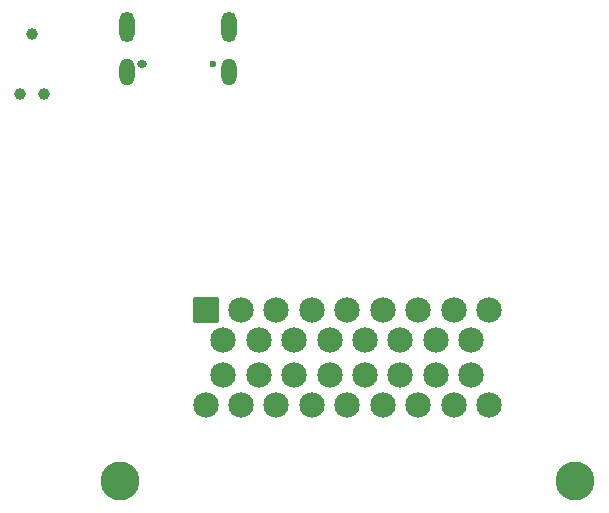
<source format=gbs>
G04 #@! TF.GenerationSoftware,KiCad,Pcbnew,(7.0.0)*
G04 #@! TF.CreationDate,2023-09-28T17:21:21-04:00*
G04 #@! TF.ProjectId,Brytec_InputModuleRev2,42727974-6563-45f4-996e-7075744d6f64,rev?*
G04 #@! TF.SameCoordinates,Original*
G04 #@! TF.FileFunction,Soldermask,Bot*
G04 #@! TF.FilePolarity,Negative*
%FSLAX46Y46*%
G04 Gerber Fmt 4.6, Leading zero omitted, Abs format (unit mm)*
G04 Created by KiCad (PCBNEW (7.0.0)) date 2023-09-28 17:21:21*
%MOMM*%
%LPD*%
G01*
G04 APERTURE LIST*
G04 Aperture macros list*
%AMRoundRect*
0 Rectangle with rounded corners*
0 $1 Rounding radius*
0 $2 $3 $4 $5 $6 $7 $8 $9 X,Y pos of 4 corners*
0 Add a 4 corners polygon primitive as box body*
4,1,4,$2,$3,$4,$5,$6,$7,$8,$9,$2,$3,0*
0 Add four circle primitives for the rounded corners*
1,1,$1+$1,$2,$3*
1,1,$1+$1,$4,$5*
1,1,$1+$1,$6,$7*
1,1,$1+$1,$8,$9*
0 Add four rect primitives between the rounded corners*
20,1,$1+$1,$2,$3,$4,$5,0*
20,1,$1+$1,$4,$5,$6,$7,0*
20,1,$1+$1,$6,$7,$8,$9,0*
20,1,$1+$1,$8,$9,$2,$3,0*%
G04 Aperture macros list end*
%ADD10C,3.300000*%
%ADD11RoundRect,0.102000X-0.975000X-0.975000X0.975000X-0.975000X0.975000X0.975000X-0.975000X0.975000X0*%
%ADD12C,2.154000*%
%ADD13C,0.600000*%
%ADD14O,0.850000X0.600000*%
%ADD15O,1.300000X2.300000*%
%ADD16O,1.300000X2.600000*%
%ADD17C,0.990600*%
G04 APERTURE END LIST*
D10*
X107750000Y-137500000D03*
X146250000Y-137500000D03*
D11*
X115000000Y-123000000D03*
D12*
X118000000Y-123000000D03*
X121000000Y-123000000D03*
X124000000Y-123000000D03*
X127000000Y-123000000D03*
X130000000Y-123000000D03*
X133000000Y-123000000D03*
X136000000Y-123000000D03*
X139000000Y-123000000D03*
X116500000Y-125500000D03*
X119500000Y-125500000D03*
X122500000Y-125500000D03*
X125500000Y-125500000D03*
X128500000Y-125500000D03*
X131500000Y-125500000D03*
X134500000Y-125500000D03*
X137500000Y-125500000D03*
X116500000Y-128500000D03*
X119500000Y-128500000D03*
X122500000Y-128500000D03*
X125500000Y-128500000D03*
X128500000Y-128500000D03*
X131500000Y-128500000D03*
X134500000Y-128500000D03*
X137500000Y-128500000D03*
X115000000Y-131000000D03*
X118000000Y-131000000D03*
X121000000Y-131000000D03*
X124000000Y-131000000D03*
X127000000Y-131000000D03*
X130000000Y-131000000D03*
X133000000Y-131000000D03*
X136000000Y-131000000D03*
X139000000Y-131000000D03*
D13*
X115646200Y-102158800D03*
D14*
X109646199Y-102158799D03*
D15*
X116966199Y-102883799D03*
D16*
X116966199Y-99058799D03*
D15*
X108326199Y-102883799D03*
D16*
X108326199Y-99058799D03*
D17*
X100330000Y-99669600D03*
X101346000Y-104749600D03*
X99314000Y-104749600D03*
M02*

</source>
